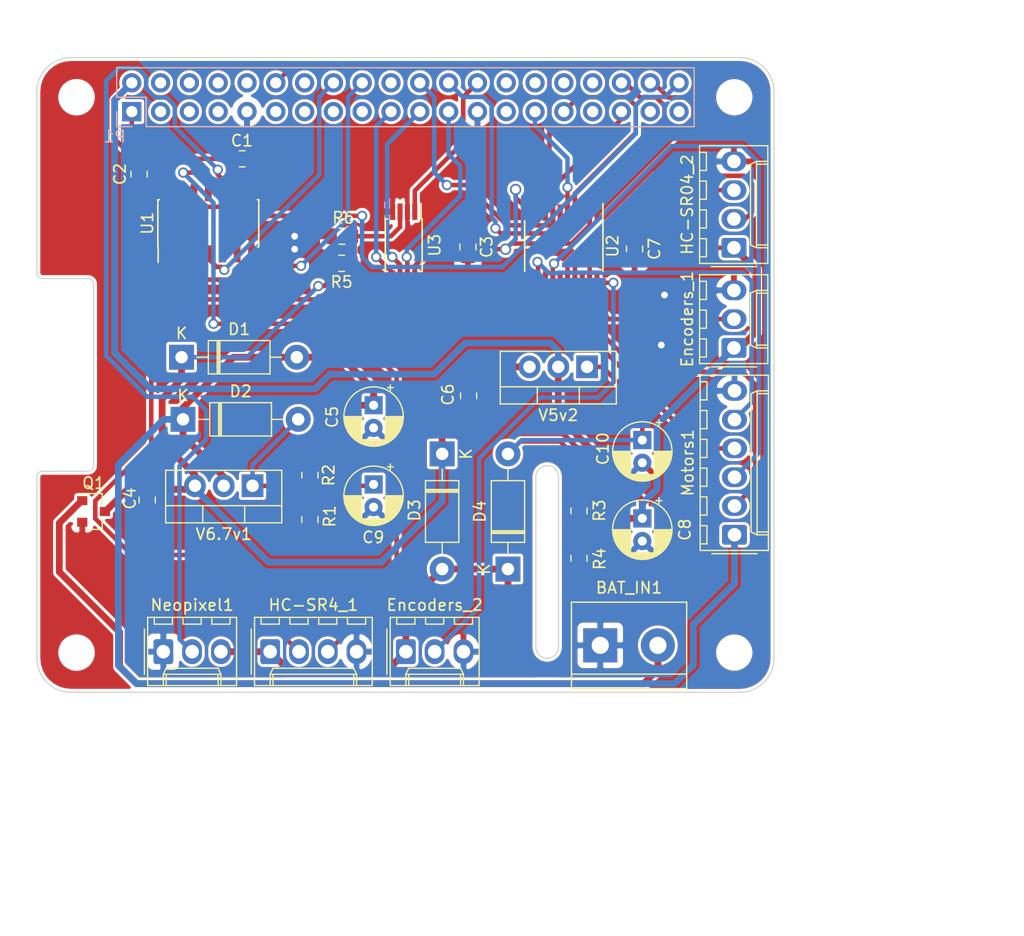
<source format=kicad_pcb>
(kicad_pcb (version 20171130) (host pcbnew 5.0.1)
  (title_block (date "15 nov 2012"))
  (layers (0 F.Cu mixed) (31 B.Cu mixed) (34 B.Paste user) (35 F.Paste user) (36 B.SilkS user) (37 F.SilkS user) (38 B.Mask user) (39 F.Mask user) (44 Edge.Cuts user))
  (net 0 "")
  (net 1 /GPIO6)
  (net 2 "Net-(P1-Pad3)")
  (net 3 "Net-(P1-Pad4)")
  (net 4 "Net-(P1-Pad5)")
  (net 5 "Net-(P1-Pad7)")
  (net 6 "Net-(P1-Pad8)")
  (net 7 "Net-(P1-Pad10)")
  (net 8 "Net-(P1-Pad11)")
  (net 9 "Net-(P1-Pad14)")
  (net 10 /GPIO23)
  (net 11 "Net-(P1-Pad17)")
  (net 12 /GPIO24)
  (net 13 "Net-(P1-Pad20)")
  (net 14 /GPIO7)
  (net 15 "Net-(P1-Pad27)")
  (net 16 "Net-(P1-Pad28)")
  (net 17 "Net-(P1-Pad30)")
  (net 18 "Net-(P1-Pad32)")
  (net 19 "Net-(P1-Pad33)")
  (net 20 "Net-(P1-Pad34)")
  (net 21 "Net-(P1-Pad37)")
  (net 22 "Net-(P1-Pad39)")
  (net 23 /GPIO21)
  (net 24 "Net-(P1-Pad6)")
  (net 25 /GPIO18)
  (net 26 /GPIO25)
  (net 27 /GPIO8)
  (net 28 /GPIO19)
  (net 29 /GPIO16)
  (net 30 /GPIO20)
  (net 31 GND)
  (net 32 "Net-(P1-Pad13)")
  (net 33 "Net-(P1-Pad15)")
  (net 34 "Net-(U1-Pad3)")
  (net 35 "Net-(U1-Pad6)")
  (net 36 "Net-(U1-Pad9)")
  (net 37 "Net-(U1-Pad12)")
  (net 38 "Net-(HC-SR04_2-Pad2)")
  (net 39 "Net-(HC-SR04_2-Pad3)")
  (net 40 "Net-(Motors1-Pad2)")
  (net 41 "Net-(Motors1-Pad3)")
  (net 42 "Net-(Motors1-Pad4)")
  (net 43 "Net-(Motors1-Pad5)")
  (net 44 "Net-(Neopixel1-Pad2)")
  (net 45 "Net-(C9-Pad1)")
  (net 46 "Net-(C10-Pad1)")
  (net 47 "Net-(Encoders_2-Pad2)")
  (net 48 "Net-(HC-SR4_1-Pad2)")
  (net 49 "Net-(HC-SR4_1-Pad3)")
  (net 50 /GPIO10)
  (net 51 /GPIO9)
  (net 52 /GPIO5)
  (net 53 /GPIO11)
  (net 54 "Net-(BAT_IN1-Pad2)")
  (net 55 3V3)
  (net 56 5V)
  (net 57 VBAT)
  (net 58 "Net-(R5-Pad1)")
  (net 59 "Net-(Encoders_1-Pad2)")
  (net 60 6V7)
  (module Capacitor_SMD:C_0805_2012Metric (layer F.Cu) (at 218.11 102.934)
    (fp_text reference C1 (at -0.0254 -1.6002) (layer F.SilkS))
    (fp_text value 0.1uF)
    (pad 2 smd roundrect (at 0.9375 0) (size 0.975 1.4) (layers F.Cu F.Paste F.Mask) (net 31 GND))
    (pad 1 smd roundrect (at -0.9375 0) (size 0.975 1.4) (layers F.Cu F.Paste F.Mask) (net 55 3V3))
  )
  (module Diode_THT:D_DO-41_SOD81_P10.16mm_Horizontal (layer F.Cu) (at 212.89 125.92)
    (fp_text reference D2 (at 5.08 -2.47) (layer F.SilkS))
    (fp_text value 1N4001)
    (fp_text user K (at 0 -2.1) (layer F.SilkS))
    (pad 2 thru_hole oval (at 10.16 0) (size 2.2 2.2) (drill 1.1) (layers *.Cu *.Mask) (net 45 "Net-(C9-Pad1)"))
    (pad 1 thru_hole rect (at 0 0) (size 2.2 2.2) (drill 1.1) (layers *.Cu *.Mask) (net 60 6V7))
  )
  (module Resistor_SMD:R_0805_2012Metric (layer F.Cu) (at 226.873 112.154 180)
    (fp_text reference R5 (at 0 -1.65 180) (layer F.SilkS))
    (fp_text value R)
    (pad 1 smd roundrect (at -0.9375 0 180) (size 0.975 1.4) (layers F.Cu F.Paste F.Mask) (net 58 "Net-(R5-Pad1)"))
    (pad 2 smd roundrect (at 0.9375 0 180) (size 0.975 1.4) (layers F.Cu F.Paste F.Mask) (net 57 VBAT))
  )
  (module Resistor_SMD:R_0805_2012Metric (layer F.Cu) (at 226.899 109.766 180)
    (fp_text reference R6 (at -0.127 1.6256 180) (layer F.SilkS))
    (fp_text value R)
    (pad 2 smd roundrect (at 0.9375 0 180) (size 0.975 1.4) (layers F.Cu F.Paste F.Mask) (net 31 GND))
    (pad 1 smd roundrect (at -0.9375 0 180) (size 0.975 1.4) (layers F.Cu F.Paste F.Mask) (net 58 "Net-(R5-Pad1)"))
  )
  (module Resistor_SMD:R_0805_2012Metric (layer F.Cu) (at 224.079 134.76 90)
    (fp_text reference R1 (at 0.283 1.741 90) (layer F.SilkS))
    (fp_text value 1046)
    (pad 2 smd roundrect (at 0.9375 0 90) (size 0.975 1.4) (layers F.Cu F.Paste F.Mask) (net 45 "Net-(C9-Pad1)"))
    (pad 1 smd roundrect (at -0.9375 0 90) (size 0.975 1.4) (layers F.Cu F.Paste F.Mask) (net 31 GND))
  )
  (module Package_SO:SOIC-14_3.9x8.7mm_P1.27mm (layer F.Cu) (at 215.12 108.62 90)
    (fp_text reference U1 (at 0 -5.375 90) (layer F.SilkS))
    (fp_text value TXB0104PWR)
    (pad 1 smd rect (at -2.7 -3.81 90) (size 1.5 0.6) (layers F.Cu F.Paste F.Mask) (net 55 3V3))
    (pad 2 smd rect (at -2.7 -2.54 90) (size 1.5 0.6) (layers F.Cu F.Paste F.Mask) (net 12 /GPIO24))
    (pad 3 smd rect (at -2.7 -1.27 90) (size 1.5 0.6) (layers F.Cu F.Paste F.Mask) (net 34 "Net-(U1-Pad3)"))
    (pad 4 smd rect (at -2.7 0 90) (size 1.5 0.6) (layers F.Cu F.Paste F.Mask) (net 10 /GPIO23))
    (pad 5 smd rect (at -2.7 1.27 90) (size 1.5 0.6) (layers F.Cu F.Paste F.Mask) (net 23 /GPIO21))
    (pad 6 smd rect (at -2.7 2.54 90) (size 1.5 0.6) (layers F.Cu F.Paste F.Mask) (net 35 "Net-(U1-Pad6)"))
    (pad 7 smd rect (at -2.7 3.81 90) (size 1.5 0.6) (layers F.Cu F.Paste F.Mask) (net 31 GND))
    (pad 8 smd rect (at 2.7 3.81 90) (size 1.5 0.6) (layers F.Cu F.Paste F.Mask) (net 55 3V3))
    (pad 9 smd rect (at 2.7 2.54 90) (size 1.5 0.6) (layers F.Cu F.Paste F.Mask) (net 36 "Net-(U1-Pad9)"))
    (pad 10 smd rect (at 2.7 1.27 90) (size 1.5 0.6) (layers F.Cu F.Paste F.Mask) (net 44 "Net-(Neopixel1-Pad2)"))
    (pad 11 smd rect (at 2.7 0 90) (size 1.5 0.6) (layers F.Cu F.Paste F.Mask) (net 49 "Net-(HC-SR4_1-Pad3)"))
    (pad 12 smd rect (at 2.7 -1.27 90) (size 1.5 0.6) (layers F.Cu F.Paste F.Mask) (net 37 "Net-(U1-Pad12)"))
    (pad 13 smd rect (at 2.7 -2.54 90) (size 1.5 0.6) (layers F.Cu F.Paste F.Mask) (net 48 "Net-(HC-SR4_1-Pad2)"))
    (pad 14 smd rect (at 2.7 -3.81 90) (size 1.5 0.6) (layers F.Cu F.Paste F.Mask) (net 56 5V))
  )
  (module Connector_PinSocket_2.54mm:PinSocket_2x20_P2.54mm_Vertical (layer B.Cu) (at 208.37 98.77 270)
    (fp_text reference P1 (at 2.208 1.512) (layer B.SilkS) (effects (justify mirror)))
    (fp_text value Conn_02x20_Odd_Even)
    (pad 1 thru_hole rect (at 0 0 270) (size 1.7 1.7) (drill 1) (layers *.Cu *.Mask) (net 55 3V3))
    (pad 2 thru_hole oval (at -2.54 0 270) (size 1.7 1.7) (drill 1) (layers *.Cu *.Mask) (net 56 5V))
    (pad 3 thru_hole oval (at 0 -2.54 270) (size 1.7 1.7) (drill 1) (layers *.Cu *.Mask) (net 2 "Net-(P1-Pad3)"))
    (pad 4 thru_hole oval (at -2.54 -2.54 270) (size 1.7 1.7) (drill 1) (layers *.Cu *.Mask) (net 3 "Net-(P1-Pad4)"))
    (pad 5 thru_hole oval (at 0 -5.08 270) (size 1.7 1.7) (drill 1) (layers *.Cu *.Mask) (net 4 "Net-(P1-Pad5)"))
    (pad 6 thru_hole oval (at -2.54 -5.08 270) (size 1.7 1.7) (drill 1) (layers *.Cu *.Mask) (net 24 "Net-(P1-Pad6)"))
    (pad 7 thru_hole oval (at 0 -7.62 270) (size 1.7 1.7) (drill 1) (layers *.Cu *.Mask) (net 5 "Net-(P1-Pad7)"))
    (pad 8 thru_hole oval (at -2.54 -7.62 270) (size 1.7 1.7) (drill 1) (layers *.Cu *.Mask) (net 6 "Net-(P1-Pad8)"))
    (pad 9 thru_hole oval (at 0 -10.16 270) (size 1.7 1.7) (drill 1) (layers *.Cu *.Mask) (net 31 GND))
    (pad 10 thru_hole oval (at -2.54 -10.16 270) (size 1.7 1.7) (drill 1) (layers *.Cu *.Mask) (net 7 "Net-(P1-Pad10)"))
    (pad 11 thru_hole oval (at 0 -12.7 270) (size 1.7 1.7) (drill 1) (layers *.Cu *.Mask) (net 8 "Net-(P1-Pad11)"))
    (pad 12 thru_hole oval (at -2.54 -12.7 270) (size 1.7 1.7) (drill 1) (layers *.Cu *.Mask) (net 25 /GPIO18))
    (pad 13 thru_hole oval (at 0 -15.24 270) (size 1.7 1.7) (drill 1) (layers *.Cu *.Mask) (net 32 "Net-(P1-Pad13)"))
    (pad 14 thru_hole oval (at -2.54 -15.24 270) (size 1.7 1.7) (drill 1) (layers *.Cu *.Mask) (net 9 "Net-(P1-Pad14)"))
    (pad 15 thru_hole oval (at 0 -17.78 270) (size 1.7 1.7) (drill 1) (layers *.Cu *.Mask) (net 33 "Net-(P1-Pad15)"))
    (pad 16 thru_hole oval (at -2.54 -17.78 270) (size 1.7 1.7) (drill 1) (layers *.Cu *.Mask) (net 10 /GPIO23))
    (pad 17 thru_hole oval (at 0 -20.32 270) (size 1.7 1.7) (drill 1) (layers *.Cu *.Mask) (net 11 "Net-(P1-Pad17)"))
    (pad 18 thru_hole oval (at -2.54 -20.32 270) (size 1.7 1.7) (drill 1) (layers *.Cu *.Mask) (net 12 /GPIO24))
    (pad 19 thru_hole oval (at 0 -22.86 270) (size 1.7 1.7) (drill 1) (layers *.Cu *.Mask) (net 50 /GPIO10))
    (pad 20 thru_hole oval (at -2.54 -22.86 270) (size 1.7 1.7) (drill 1) (layers *.Cu *.Mask) (net 13 "Net-(P1-Pad20)"))
    (pad 21 thru_hole oval (at 0 -25.4 270) (size 1.7 1.7) (drill 1) (layers *.Cu *.Mask) (net 51 /GPIO9))
    (pad 22 thru_hole oval (at -2.54 -25.4 270) (size 1.7 1.7) (drill 1) (layers *.Cu *.Mask) (net 26 /GPIO25))
    (pad 23 thru_hole oval (at 0 -27.94 270) (size 1.7 1.7) (drill 1) (layers *.Cu *.Mask) (net 53 /GPIO11))
    (pad 24 thru_hole oval (at -2.54 -27.94 270) (size 1.7 1.7) (drill 1) (layers *.Cu *.Mask) (net 27 /GPIO8))
    (pad 25 thru_hole oval (at 0 -30.48 270) (size 1.7 1.7) (drill 1) (layers *.Cu *.Mask) (net 31 GND))
    (pad 26 thru_hole oval (at -2.54 -30.48 270) (size 1.7 1.7) (drill 1) (layers *.Cu *.Mask) (net 14 /GPIO7))
    (pad 27 thru_hole oval (at 0 -33.02 270) (size 1.7 1.7) (drill 1) (layers *.Cu *.Mask) (net 15 "Net-(P1-Pad27)"))
    (pad 28 thru_hole oval (at -2.54 -33.02 270) (size 1.7 1.7) (drill 1) (layers *.Cu *.Mask) (net 16 "Net-(P1-Pad28)"))
    (pad 29 thru_hole oval (at 0 -35.56 270) (size 1.7 1.7) (drill 1) (layers *.Cu *.Mask) (net 52 /GPIO5))
    (pad 30 thru_hole oval (at -2.54 -35.56 270) (size 1.7 1.7) (drill 1) (layers *.Cu *.Mask) (net 17 "Net-(P1-Pad30)"))
    (pad 31 thru_hole oval (at 0 -38.1 270) (size 1.7 1.7) (drill 1) (layers *.Cu *.Mask) (net 1 /GPIO6))
    (pad 32 thru_hole oval (at -2.54 -38.1 270) (size 1.7 1.7) (drill 1) (layers *.Cu *.Mask) (net 18 "Net-(P1-Pad32)"))
    (pad 33 thru_hole oval (at 0 -40.64 270) (size 1.7 1.7) (drill 1) (layers *.Cu *.Mask) (net 19 "Net-(P1-Pad33)"))
    (pad 34 thru_hole oval (at -2.54 -40.64 270) (size 1.7 1.7) (drill 1) (layers *.Cu *.Mask) (net 20 "Net-(P1-Pad34)"))
    (pad 35 thru_hole oval (at 0 -43.18 270) (size 1.7 1.7) (drill 1) (layers *.Cu *.Mask) (net 28 /GPIO19))
    (pad 36 thru_hole oval (at -2.54 -43.18 270) (size 1.7 1.7) (drill 1) (layers *.Cu *.Mask) (net 29 /GPIO16))
    (pad 37 thru_hole oval (at 0 -45.72 270) (size 1.7 1.7) (drill 1) (layers *.Cu *.Mask) (net 21 "Net-(P1-Pad37)"))
    (pad 38 thru_hole oval (at -2.54 -45.72 270) (size 1.7 1.7) (drill 1) (layers *.Cu *.Mask) (net 30 /GPIO20))
    (pad 39 thru_hole oval (at 0 -48.26 270) (size 1.7 1.7) (drill 1) (layers *.Cu *.Mask) (net 22 "Net-(P1-Pad39)"))
    (pad 40 thru_hole oval (at -2.54 -48.26 270) (size 1.7 1.7) (drill 1) (layers *.Cu *.Mask) (net 23 /GPIO21))
  )
  (module MountingHole:MountingHole_2.7mm_M2.5 (layer F.Cu) (at 261.5 146.5)
    (fp_text reference MK4 hide)
    (fp_text value M2.5)
    (pad 1 np_thru_hole circle (at 0 0) (size 2.7 2.7) (drill 2.7) (layers *.Cu *.Mask))
  )
  (module MountingHole:MountingHole_2.7mm_M2.5 (layer F.Cu) (at 203.5 146.5)
    (fp_text reference MK3 hide)
    (fp_text value M2.5)
    (pad 1 np_thru_hole circle (at 0 0) (size 2.7 2.7) (drill 2.7) (layers *.Cu *.Mask))
  )
  (module MountingHole:MountingHole_2.7mm_M2.5 (layer F.Cu) (at 261.5 97.5 180)
    (fp_text reference MK2 hide)
    (fp_text value M2.5)
    (pad 1 np_thru_hole circle (at 0 0 180) (size 2.7 2.7) (drill 2.7) (layers *.Cu *.Mask))
  )
  (module MountingHole:MountingHole_2.7mm_M2.5 (layer F.Cu) (at 203.5 97.5 180)
    (fp_text reference MK1 hide)
    (fp_text value M2.5)
    (pad 1 np_thru_hole circle (at 0 0 180) (size 2.7 2.7) (drill 2.7) (layers *.Cu *.Mask))
  )
  (module Capacitor_SMD:C_0805_2012Metric (layer F.Cu) (at 209.017 104.28 270)
    (fp_text reference C2 (at 0 1.689 270) (layer F.SilkS))
    (fp_text value 0.1uF)
    (pad 2 smd roundrect (at 0.9375 0 270) (size 0.975 1.4) (layers F.Cu F.Paste F.Mask) (net 31 GND))
    (pad 1 smd roundrect (at -0.9375 0 270) (size 0.975 1.4) (layers F.Cu F.Paste F.Mask) (net 56 5V))
  )
  (module Capacitor_SMD:C_0805_2012Metric (layer F.Cu) (at 238.01 110.712 270)
    (fp_text reference C3 (at 0 -1.65 270) (layer F.SilkS))
    (fp_text value 0.1uF)
    (pad 1 smd roundrect (at -0.9375 0 270) (size 0.975 1.4) (layers F.Cu F.Paste F.Mask) (net 55 3V3))
    (pad 2 smd roundrect (at 0.9375 0 270) (size 0.975 1.4) (layers F.Cu F.Paste F.Mask) (net 31 GND))
  )
  (module Capacitor_SMD:C_0805_2012Metric (layer F.Cu) (at 209.7282 133.0328 270)
    (fp_text reference C4 (at -0.127 1.524 270) (layer F.SilkS))
    (fp_text value 0.1uF)
    (pad 1 smd roundrect (at -0.9375 0 270) (size 0.975 1.4) (layers F.Cu F.Paste F.Mask) (net 57 VBAT))
    (pad 2 smd roundrect (at 0.9375 0 270) (size 0.975 1.4) (layers F.Cu F.Paste F.Mask) (net 31 GND))
  )
  (module Diode_THT:D_DO-41_SOD81_P10.16mm_Horizontal (layer F.Cu) (at 212.76 120.44)
    (fp_text reference D1 (at 5.08 -2.47) (layer F.SilkS))
    (fp_text value 1N4001)
    (fp_text user K (at 0 -2.1) (layer F.SilkS))
    (pad 1 thru_hole rect (at 0 0) (size 2.2 2.2) (drill 1.1) (layers *.Cu *.Mask) (net 57 VBAT))
    (pad 2 thru_hole oval (at 10.16 0) (size 2.2 2.2) (drill 1.1) (layers *.Cu *.Mask) (net 60 6V7))
  )
  (module Diode_THT:D_DO-41_SOD81_P10.16mm_Horizontal (layer F.Cu) (at 235.74 128.969 270)
    (fp_text reference D3 (at 4.9784 2.4406 270) (layer F.SilkS))
    (fp_text value 1N4001)
    (fp_text user K (at 0 -2.1 270) (layer F.SilkS))
    (pad 2 thru_hole oval (at 10.16 0 270) (size 2.2 2.2) (drill 1.1) (layers *.Cu *.Mask) (net 56 5V))
    (pad 1 thru_hole rect (at 0 0 270) (size 2.2 2.2) (drill 1.1) (layers *.Cu *.Mask) (net 57 VBAT))
  )
  (module Diode_THT:D_DO-41_SOD81_P10.16mm_Horizontal (layer F.Cu) (at 241.54 139.13 90)
    (fp_text reference D4 (at 5.08 -2.47 90) (layer F.SilkS))
    (fp_text value 1N4001)
    (fp_text user K (at 0 -2.1 90) (layer F.SilkS))
    (pad 1 thru_hole rect (at 0 0 90) (size 2.2 2.2) (drill 1.1) (layers *.Cu *.Mask) (net 56 5V))
    (pad 2 thru_hole oval (at 10.16 0 90) (size 2.2 2.2) (drill 1.1) (layers *.Cu *.Mask) (net 46 "Net-(C10-Pad1)"))
  )
  (module Package_TO_SOT_SMD:SOT-23 (layer F.Cu) (at 205.004 134.049)
    (fp_text reference Q1 (at 0 -2.5) (layer F.SilkS))
    (fp_text value Q_PMOS_DGS)
    (pad 1 smd rect (at -1 -0.95) (size 0.9 0.8) (layers F.Cu F.Paste F.Mask) (net 54 "Net-(BAT_IN1-Pad2)"))
    (pad 2 smd rect (at -1 0.95) (size 0.9 0.8) (layers F.Cu F.Paste F.Mask) (net 31 GND))
    (pad 3 smd rect (at 1 0) (size 0.9 0.8) (layers F.Cu F.Paste F.Mask) (net 57 VBAT))
  )
  (module Resistor_SMD:R_0805_2012Metric (layer F.Cu) (at 224.079 130.848 270)
    (fp_text reference R2 (at 0 -1.65 270) (layer F.SilkS))
    (fp_text value 240)
    (pad 1 smd roundrect (at -0.9375 0 270) (size 0.975 1.4) (layers F.Cu F.Paste F.Mask) (net 60 6V7))
    (pad 2 smd roundrect (at 0.9375 0 270) (size 0.975 1.4) (layers F.Cu F.Paste F.Mask) (net 45 "Net-(C9-Pad1)"))
  )
  (module Resistor_SMD:R_0805_2012Metric (layer F.Cu) (at 247.803 133.998 90)
    (fp_text reference R3 (at 0.0262 1.8048 90) (layer F.SilkS))
    (fp_text value 720)
    (pad 1 smd roundrect (at -0.9375 0 90) (size 0.975 1.4) (layers F.Cu F.Paste F.Mask) (net 31 GND))
    (pad 2 smd roundrect (at 0.9375 0 90) (size 0.975 1.4) (layers F.Cu F.Paste F.Mask) (net 46 "Net-(C10-Pad1)"))
  )
  (module Resistor_SMD:R_0805_2012Metric (layer F.Cu) (at 247.803 138.189 90)
    (fp_text reference R4 (at -0.0478 1.83 90) (layer F.SilkS))
    (fp_text value 240)
    (pad 2 smd roundrect (at 0.9375 0 90) (size 0.975 1.4) (layers F.Cu F.Paste F.Mask) (net 46 "Net-(C10-Pad1)"))
    (pad 1 smd roundrect (at -0.9375 0 90) (size 0.975 1.4) (layers F.Cu F.Paste F.Mask) (net 56 5V))
  )
  (module Package_SO:TSSOP-20_4.4x6.5mm_P0.65mm (layer F.Cu) (at 246.47 110.63 270)
    (fp_text reference U2 (at 0 -4.3 270) (layer F.SilkS))
    (fp_text value TXB0108PWR)
    (pad 1 smd rect (at -2.95 -2.925 270) (size 1.45 0.45) (layers F.Cu F.Paste F.Mask) (net 30 /GPIO20))
    (pad 2 smd rect (at -2.95 -2.275 270) (size 1.45 0.45) (layers F.Cu F.Paste F.Mask) (net 55 3V3))
    (pad 3 smd rect (at -2.95 -1.625 270) (size 1.45 0.45) (layers F.Cu F.Paste F.Mask) (net 29 /GPIO16))
    (pad 4 smd rect (at -2.95 -0.975 270) (size 1.45 0.45) (layers F.Cu F.Paste F.Mask) (net 1 /GPIO6))
    (pad 5 smd rect (at -2.95 -0.325 270) (size 1.45 0.45) (layers F.Cu F.Paste F.Mask) (net 52 /GPIO5))
    (pad 6 smd rect (at -2.95 0.325 270) (size 1.45 0.45) (layers F.Cu F.Paste F.Mask) (net 27 /GPIO8))
    (pad 7 smd rect (at -2.95 0.975 270) (size 1.45 0.45) (layers F.Cu F.Paste F.Mask) (net 26 /GPIO25))
    (pad 8 smd rect (at -2.95 1.625 270) (size 1.45 0.45) (layers F.Cu F.Paste F.Mask) (net 28 /GPIO19))
    (pad 9 smd rect (at -2.95 2.275 270) (size 1.45 0.45) (layers F.Cu F.Paste F.Mask) (net 25 /GPIO18))
    (pad 10 smd rect (at -2.95 2.925 270) (size 1.45 0.45) (layers F.Cu F.Paste F.Mask) (net 55 3V3))
    (pad 11 smd rect (at 2.95 2.925 270) (size 1.45 0.45) (layers F.Cu F.Paste F.Mask) (net 31 GND))
    (pad 12 smd rect (at 2.95 2.275 270) (size 1.45 0.45) (layers F.Cu F.Paste F.Mask) (net 43 "Net-(Motors1-Pad5)"))
    (pad 13 smd rect (at 2.95 1.625 270) (size 1.45 0.45) (layers F.Cu F.Paste F.Mask) (net 42 "Net-(Motors1-Pad4)"))
    (pad 14 smd rect (at 2.95 0.975 270) (size 1.45 0.45) (layers F.Cu F.Paste F.Mask) (net 41 "Net-(Motors1-Pad3)"))
    (pad 15 smd rect (at 2.95 0.325 270) (size 1.45 0.45) (layers F.Cu F.Paste F.Mask) (net 40 "Net-(Motors1-Pad2)"))
    (pad 16 smd rect (at 2.95 -0.325 270) (size 1.45 0.45) (layers F.Cu F.Paste F.Mask) (net 38 "Net-(HC-SR04_2-Pad2)"))
    (pad 17 smd rect (at 2.95 -0.975 270) (size 1.45 0.45) (layers F.Cu F.Paste F.Mask) (net 39 "Net-(HC-SR04_2-Pad3)"))
    (pad 18 smd rect (at 2.95 -1.625 270) (size 1.45 0.45) (layers F.Cu F.Paste F.Mask) (net 59 "Net-(Encoders_1-Pad2)"))
    (pad 19 smd rect (at 2.95 -2.275 270) (size 1.45 0.45) (layers F.Cu F.Paste F.Mask) (net 56 5V))
    (pad 20 smd rect (at 2.95 -2.925 270) (size 1.45 0.45) (layers F.Cu F.Paste F.Mask) (net 47 "Net-(Encoders_2-Pad2)"))
  )
  (module Package_SO:TSSOP-8_4.4x3mm_P0.65mm (layer F.Cu) (at 232.35 110.55 270)
    (fp_text reference U3 (at 0.0038 -2.7274 270) (layer F.SilkS))
    (fp_text value MCP3002)
    (pad 1 smd rect (at -2.95 -0.975 270) (size 1.45 0.45) (layers F.Cu F.Paste F.Mask) (net 14 /GPIO7))
    (pad 2 smd rect (at -2.95 -0.325 270) (size 1.45 0.45) (layers F.Cu F.Paste F.Mask) (net 31 GND))
    (pad 3 smd rect (at -2.95 0.325 270) (size 1.45 0.45) (layers F.Cu F.Paste F.Mask) (net 58 "Net-(R5-Pad1)"))
    (pad 4 smd rect (at -2.95 0.975 270) (size 1.45 0.45) (layers F.Cu F.Paste F.Mask) (net 31 GND))
    (pad 5 smd rect (at 2.95 0.975 270) (size 1.45 0.45) (layers F.Cu F.Paste F.Mask) (net 50 /GPIO10))
    (pad 6 smd rect (at 2.95 0.325 270) (size 1.45 0.45) (layers F.Cu F.Paste F.Mask) (net 51 /GPIO9))
    (pad 7 smd rect (at 2.95 -0.325 270) (size 1.45 0.45) (layers F.Cu F.Paste F.Mask) (net 53 /GPIO11))
    (pad 8 smd rect (at 2.95 -0.975 270) (size 1.45 0.45) (layers F.Cu F.Paste F.Mask) (net 55 3V3))
  )
  (module Package_TO_SOT_THT:TO-220-3_Vertical (layer F.Cu) (at 248.52 121.29 180)
    (fp_text reference V5v2 (at 2.54 -4.27 180) (layer F.SilkS))
    (fp_text value LM317T)
    (pad 3 thru_hole oval (at 5.08 0 180) (size 1.905 2) (drill 1.1) (layers *.Cu *.Mask) (net 57 VBAT))
    (pad 2 thru_hole oval (at 2.54 0 180) (size 1.905 2) (drill 1.1) (layers *.Cu *.Mask) (net 56 5V))
    (pad 1 thru_hole rect (at 0 0 180) (size 1.905 2) (drill 1.1) (layers *.Cu *.Mask) (net 46 "Net-(C10-Pad1)"))
  )
  (module Package_TO_SOT_THT:TO-220-3_Vertical (layer F.Cu) (at 219.02 131.78 180)
    (fp_text reference V6.7v1 (at 2.54 -4.27 180) (layer F.SilkS))
    (fp_text value LM317T)
    (pad 1 thru_hole rect (at 0 0 180) (size 1.905 2) (drill 1.1) (layers *.Cu *.Mask) (net 45 "Net-(C9-Pad1)"))
    (pad 2 thru_hole oval (at 2.54 0 180) (size 1.905 2) (drill 1.1) (layers *.Cu *.Mask) (net 60 6V7))
    (pad 3 thru_hole oval (at 5.08 0 180) (size 1.905 2) (drill 1.1) (layers *.Cu *.Mask) (net 57 VBAT))
  )
  (module Capacitor_SMD:C_0805_2012Metric (layer F.Cu) (at 252.705 110.884 270)
    (fp_text reference C7 (at 0 -1.7526 270) (layer F.SilkS))
    (fp_text value 0.1uF)
    (pad 1 smd roundrect (at -0.9375 0 270) (size 0.975 1.4) (layers F.Cu F.Paste F.Mask) (net 56 5V))
    (pad 2 smd roundrect (at 0.9375 0 270) (size 0.975 1.4) (layers F.Cu F.Paste F.Mask) (net 31 GND))
  )
  (module Capacitor_SMD:C_0805_2012Metric (layer F.Cu) (at 238.0746 123.838 270)
    (fp_text reference C6 (at -0.1016 1.8288 270) (layer F.SilkS))
    (fp_text value 0.1uF)
    (pad 1 smd roundrect (at -0.9375 0 270) (size 0.975 1.4) (layers F.Cu F.Paste F.Mask) (net 57 VBAT))
    (pad 2 smd roundrect (at 0.9375 0 270) (size 0.975 1.4) (layers F.Cu F.Paste F.Mask) (net 31 GND))
  )
  (module Capacitor_THT:CP_Radial_D5.0mm_P2.00mm (layer F.Cu) (at 229.693 124.676 270)
    (fp_text reference C5 (at 1.0414 3.6576 270) (layer F.SilkS))
    (fp_text value 1uF)
    (pad 1 thru_hole rect (at 0 0 270) (size 1.6 1.6) (drill 0.8) (layers *.Cu *.Mask) (net 60 6V7))
    (pad 2 thru_hole circle (at 2 0 270) (size 1.6 1.6) (drill 0.8) (layers *.Cu *.Mask) (net 31 GND))
  )
  (module Capacitor_THT:CP_Radial_D5.0mm_P2.00mm (layer F.Cu) (at 253.391 134.658 270)
    (fp_text reference C8 (at 1 -3.75 270) (layer F.SilkS))
    (fp_text value 1uF)
    (pad 2 thru_hole circle (at 2 0 270) (size 1.6 1.6) (drill 0.8) (layers *.Cu *.Mask) (net 31 GND))
    (pad 1 thru_hole rect (at 0 0 270) (size 1.6 1.6) (drill 0.8) (layers *.Cu *.Mask) (net 56 5V))
  )
  (module Capacitor_THT:CP_Radial_D5.0mm_P2.00mm (layer F.Cu) (at 229.693 131.661 270)
    (fp_text reference C9 (at 4.6736 0.0254) (layer F.SilkS))
    (fp_text value 10uF)
    (pad 1 thru_hole rect (at 0 0 270) (size 1.6 1.6) (drill 0.8) (layers *.Cu *.Mask) (net 45 "Net-(C9-Pad1)"))
    (pad 2 thru_hole circle (at 2 0 270) (size 1.6 1.6) (drill 0.8) (layers *.Cu *.Mask) (net 31 GND))
  )
  (module Capacitor_THT:CP_Radial_D5.0mm_P2.00mm (layer F.Cu) (at 253.391 127.75 270)
    (fp_text reference C10 (at 0.762 3.4798 270) (layer F.SilkS))
    (fp_text value 10uF)
    (pad 2 thru_hole circle (at 2 0 270) (size 1.6 1.6) (drill 0.8) (layers *.Cu *.Mask) (net 31 GND))
    (pad 1 thru_hole rect (at 0 0 270) (size 1.6 1.6) (drill 0.8) (layers *.Cu *.Mask) (net 46 "Net-(C10-Pad1)"))
  )
  (module Connector_Molex:Molex_KK-254_AE-6410-03A_1x03_P2.54mm_Vertical (layer F.Cu) (at 232.537 146.419)
    (fp_text reference Encoders_2 (at 2.54 -4.12) (layer F.SilkS))
    (fp_text value Conn_01x03)
    (pad 3 thru_hole oval (at 5.08 0) (size 1.74 2.2) (drill 1.2) (layers *.Cu *.Mask) (net 31 GND))
    (pad 2 thru_hole oval (at 2.54 0) (size 1.74 2.2) (drill 1.2) (layers *.Cu *.Mask) (net 47 "Net-(Encoders_2-Pad2)"))
    (pad 1 thru_hole roundrect (at 0 0) (size 1.74 2.2) (drill 1.2) (layers *.Cu *.Mask) (roundrect_rratio 0.143678) (net 56 5V))
  )
  (module Connector_Molex:Molex_KK-254_AE-6410-04A_1x04_P2.54mm_Vertical (layer F.Cu) (at 261.468 110.782 90)
    (fp_text reference HC-SR04_2 (at 3.81 -4.12 90) (layer F.SilkS))
    (fp_text value Conn_01x04_HC-SR04)
    (pad 4 thru_hole oval (at 7.62 0 90) (size 1.74 2.2) (drill 1.2) (layers *.Cu *.Mask) (net 31 GND))
    (pad 3 thru_hole oval (at 5.08 0 90) (size 1.74 2.2) (drill 1.2) (layers *.Cu *.Mask) (net 39 "Net-(HC-SR04_2-Pad3)"))
    (pad 2 thru_hole oval (at 2.54 0 90) (size 1.74 2.2) (drill 1.2) (layers *.Cu *.Mask) (net 38 "Net-(HC-SR04_2-Pad2)"))
    (pad 1 thru_hole roundrect (at 0 0 90) (size 1.74 2.2) (drill 1.2) (layers *.Cu *.Mask) (roundrect_rratio 0.143678) (net 56 5V))
  )
  (module Connector_Molex:Molex_KK-254_AE-6410-04A_1x04_P2.54mm_Vertical (layer F.Cu) (at 220.574 146.419)
    (fp_text reference HC-SR4_1 (at 3.81 -4.12) (layer F.SilkS))
    (fp_text value Conn_01x04_HC_SR_04)
    (pad 1 thru_hole roundrect (at 0 0) (size 1.74 2.2) (drill 1.2) (layers *.Cu *.Mask) (roundrect_rratio 0.143678) (net 56 5V))
    (pad 2 thru_hole oval (at 2.54 0) (size 1.74 2.2) (drill 1.2) (layers *.Cu *.Mask) (net 48 "Net-(HC-SR4_1-Pad2)"))
    (pad 3 thru_hole oval (at 5.08 0) (size 1.74 2.2) (drill 1.2) (layers *.Cu *.Mask) (net 49 "Net-(HC-SR4_1-Pad3)"))
    (pad 4 thru_hole oval (at 7.62 0) (size 1.74 2.2) (drill 1.2) (layers *.Cu *.Mask) (net 31 GND))
  )
  (module Connector_Molex:Molex_KK-254_AE-6410-06A_1x06_P2.54mm_Vertical (layer F.Cu) (at 261.519 136.106 90)
    (fp_text reference Motors1 (at 6.35 -4.12 90) (layer F.SilkS))
    (fp_text value Conn_01x06_motors)
    (pad 1 thru_hole roundrect (at 0 0 90) (size 1.74 2.2) (drill 1.2) (layers *.Cu *.Mask) (roundrect_rratio 0.143678) (net 60 6V7))
    (pad 2 thru_hole oval (at 2.54 0 90) (size 1.74 2.2) (drill 1.2) (layers *.Cu *.Mask) (net 40 "Net-(Motors1-Pad2)"))
    (pad 3 thru_hole oval (at 5.08 0 90) (size 1.74 2.2) (drill 1.2) (layers *.Cu *.Mask) (net 41 "Net-(Motors1-Pad3)"))
    (pad 4 thru_hole oval (at 7.62 0 90) (size 1.74 2.2) (drill 1.2) (layers *.Cu *.Mask) (net 42 "Net-(Motors1-Pad4)"))
    (pad 5 thru_hole oval (at 10.16 0 90) (size 1.74 2.2) (drill 1.2) (layers *.Cu *.Mask) (net 43 "Net-(Motors1-Pad5)"))
    (pad 6 thru_hole oval (at 12.7 0 90) (size 1.74 2.2) (drill 1.2) (layers *.Cu *.Mask) (net 31 GND))
  )
  (module Connector_Molex:Molex_KK-254_AE-6410-03A_1x03_P2.54mm_Vertical (layer F.Cu) (at 211.151 146.419)
    (fp_text reference Neopixel1 (at 2.54 -4.12) (layer F.SilkS))
    (fp_text value Conn_01x03_neopixel)
    (pad 1 thru_hole roundrect (at 0 0) (size 1.74 2.2) (drill 1.2) (layers *.Cu *.Mask) (roundrect_rratio 0.143678) (net 31 GND))
    (pad 2 thru_hole oval (at 2.54 0) (size 1.74 2.2) (drill 1.2) (layers *.Cu *.Mask) (net 44 "Net-(Neopixel1-Pad2)"))
    (pad 3 thru_hole oval (at 5.08 0) (size 1.74 2.2) (drill 1.2) (layers *.Cu *.Mask) (net 56 5V))
  )
  (module TerminalBlock:TerminalBlock_bornier-2_P5.08mm (layer F.Cu) (at 249.682 145.86)
    (fp_text reference BAT_IN1 (at 2.54 -5.08) (layer F.SilkS))
    (fp_text value Conn_01x02)
    (pad 1 thru_hole rect (at 0 0) (size 3 3) (drill 1.52) (layers *.Cu *.Mask) (net 31 GND))
    (pad 2 thru_hole circle (at 5.08 0) (size 3 3) (drill 1.52) (layers *.Cu *.Mask) (net 54 "Net-(BAT_IN1-Pad2)"))
  )
  (module Connector_Molex:Molex_KK-254_AE-6410-03A_1x03_P2.54mm_Vertical (layer F.Cu) (at 261.468 119.622 90)
    (fp_text reference Encoders_1 (at 2.54 -4.12 90) (layer F.SilkS))
    (fp_text value Conn_01x03)
    (pad 1 thru_hole roundrect (at 0 0 90) (size 1.74 2.2) (drill 1.2) (layers *.Cu *.Mask) (roundrect_rratio 0.143678) (net 56 5V))
    (pad 2 thru_hole oval (at 2.54 0 90) (size 1.74 2.2) (drill 1.2) (layers *.Cu *.Mask) (net 59 "Net-(Encoders_1-Pad2)"))
    (pad 3 thru_hole oval (at 5.08 0 90) (size 1.74 2.2) (drill 1.2) (layers *.Cu *.Mask) (net 31 GND))
  )
  (gr_line (start 244 146) (end 244 131) (layer Edge.Cuts) (width 0.1))
  (gr_line (start 246 131) (end 246 146) (layer Edge.Cuts) (width 0.1))
  (gr_arc (start 245 131) (end 244 131) (angle 180) (layer Edge.Cuts) (width 0.1))
  (gr_arc (start 245 146) (end 246 146) (angle 180) (layer Edge.Cuts) (width 0.1))
  (gr_arc (start 200.5 131) (end 200 131) (angle 89.9) (layer Edge.Cuts) (width 0.1))
  (gr_arc (start 204.5 130) (end 205 130) (angle 90) (layer Edge.Cuts) (width 0.1))
  (gr_arc (start 200.5 113) (end 200.5 113.5) (angle 90) (layer Edge.Cuts) (width 0.1))
  (gr_arc (start 204.5 114) (end 204.5 113.5) (angle 90) (layer Edge.Cuts) (width 0.1))
  (gr_line (start 200 97) (end 200 113) (layer Edge.Cuts) (width 0.1))
  (gr_arc (start 262 97) (end 262 94) (angle 90) (layer Edge.Cuts) (width 0.1))
  (gr_arc (start 262 147) (end 265 147) (angle 90) (layer Edge.Cuts) (width 0.1))
  (gr_arc (start 203 147) (end 203 150) (angle 90) (layer Edge.Cuts) (width 0.1))
  (gr_arc (start 203 97) (end 200 97) (angle 90) (layer Edge.Cuts) (width 0.1))
  (gr_line (start 262 94) (end 203 94) (layer Edge.Cuts) (width 0.1))
  (gr_line (start 204.5 130.5) (end 200.5 130.5) (layer Edge.Cuts) (width 0.1))
  (gr_line (start 205 114) (end 205 130) (layer Edge.Cuts) (width 0.1))
  (gr_line (start 200.5 113.5) (end 204.5 113.5) (layer Edge.Cuts) (width 0.1))
  (gr_line (start 265 147) (end 265 97) (layer Edge.Cuts) (width 0.1))
  (gr_line (start 203 150) (end 262 150) (layer Edge.Cuts) (width 0.1))
  (gr_line (start 200 131) (end 200 147) (layer Edge.Cuts) (width 0.1))
  (segment (start 247.445 107.68) (end 247.445 106.005) (width 0.4) (layer F.Cu) (net 1))
  (segment (start 247.445 106.005) (end 252.8 100.65) (width 0.4) (layer F.Cu) (net 1))
  (segment (start 252.8 100.65) (end 252.8 98.2497) (width 0.4) (layer F.Cu) (net 1))
  (segment (start 252.8 98.2497) (end 252.051 97.5) (width 0.4) (layer F.Cu) (net 1))
  (segment (start 252.051 97.5) (end 247.74 97.5) (width 0.4) (layer F.Cu) (net 1))
  (segment (start 247.74 97.5) (end 246.47 98.77) (width 0.4) (layer F.Cu) (net 1))
  (segment (start 216.524 112.732) (end 224.9 104.356) (width 0.4) (layer B.Cu) (net 10))
  (segment (start 224.9 104.356) (end 224.9 97.4803) (width 0.4) (layer B.Cu) (net 10))
  (segment (start 224.9 97.4803) (end 226.15 96.23) (width 0.4) (layer B.Cu) (net 10))
  (segment (start 215.12 111.32) (end 215.12 111.74) (width 0.4) (layer F.Cu) (net 10))
  (segment (start 215.12 111.74) (end 215.85 112.47) (width 0.4) (layer F.Cu) (net 10))
  (segment (start 215.85 112.47) (end 216.261 112.47) (width 0.4) (layer F.Cu) (net 10))
  (segment (start 216.261 112.47) (end 216.524 112.732) (width 0.4) (layer F.Cu) (net 10))
  (via (at 216.524 112.732) (size 0.9) (layers F.Cu B.Cu) (net 10))
  (segment (start 223.302 112.377) (end 227.44 108.239) (width 0.4) (layer B.Cu) (net 12))
  (segment (start 227.44 108.239) (end 227.44 97.4803) (width 0.4) (layer B.Cu) (net 12))
  (segment (start 227.44 97.4803) (end 228.69 96.23) (width 0.4) (layer B.Cu) (net 12))
  (segment (start 212.58 111.32) (end 212.58 112.47) (width 0.4) (layer F.Cu) (net 12))
  (segment (start 212.58 112.47) (end 213.701 113.592) (width 0.4) (layer F.Cu) (net 12))
  (segment (start 213.701 113.592) (end 218.668 113.592) (width 0.4) (layer F.Cu) (net 12))
  (segment (start 218.668 113.592) (end 219.883 112.377) (width 0.4) (layer F.Cu) (net 12))
  (segment (start 219.883 112.377) (end 223.302 112.377) (width 0.4) (layer F.Cu) (net 12))
  (via (at 223.302 112.377) (size 0.9) (layers F.Cu B.Cu) (net 12))
  (segment (start 233.325 107.6) (end 233.325 105.753) (width 0.4) (layer F.Cu) (net 14))
  (segment (start 233.325 105.753) (end 237.6 101.478) (width 0.4) (layer F.Cu) (net 14))
  (segment (start 237.6 101.478) (end 237.6 97.4804) (width 0.4) (layer F.Cu) (net 14))
  (segment (start 237.6 97.4804) (end 238.85 96.23) (width 0.4) (layer F.Cu) (net 14))
  (segment (start 216.39 111.32) (end 216.39 110.1697) (width 0.4) (layer F.Cu) (net 23))
  (segment (start 228.6805 107.967) (end 218.5927 107.967) (width 0.4) (layer F.Cu) (net 23))
  (segment (start 218.5927 107.967) (end 216.39 110.1697) (width 0.4) (layer F.Cu) (net 23))
  (via (at 228.6805 107.967) (size 0.9) (layers F.Cu B.Cu) (net 23))
  (segment (start 255.3797 97.4803) (end 256.63 96.23) (width 0.4) (layer B.Cu) (net 23))
  (segment (start 228.6805 107.967) (end 228.6805 111.6055) (width 0.4) (layer B.Cu) (net 23))
  (segment (start 228.6805 111.6055) (end 229.5499 112.4749) (width 0.4) (layer B.Cu) (net 23))
  (segment (start 229.5499 112.4749) (end 241.0556 112.4749) (width 0.4) (layer B.Cu) (net 23))
  (segment (start 241.0556 112.4749) (end 252.82 100.7105) (width 0.4) (layer B.Cu) (net 23))
  (segment (start 252.82 100.7105) (end 252.82 98.2038) (width 0.4) (layer B.Cu) (net 23))
  (segment (start 253.5435 97.4803) (end 255.3797 97.4803) (width 0.4) (layer B.Cu) (net 23))
  (segment (start 252.82 98.2038) (end 253.5435 97.4803) (width 0.4) (layer B.Cu) (net 23))
  (segment (start 244.195 107.68) (end 244.195 105.398) (width 0.4) (layer F.Cu) (net 25))
  (segment (start 244.195 105.398) (end 245.2 104.393) (width 0.4) (layer F.Cu) (net 25))
  (segment (start 245.2 104.393) (end 245.2 95.65) (width 0.4) (layer F.Cu) (net 25))
  (segment (start 245.2 95.65) (end 244.483 94.9328) (width 0.4) (layer F.Cu) (net 25))
  (segment (start 244.483 94.9328) (end 222.367 94.9328) (width 0.4) (layer F.Cu) (net 25))
  (segment (start 222.367 94.9328) (end 221.07 96.23) (width 0.4) (layer F.Cu) (net 25))
  (segment (start 236.159 105.248) (end 235.04 104.129) (width 0.4) (layer B.Cu) (net 26))
  (segment (start 235.04 104.129) (end 235.04 97.5) (width 0.4) (layer B.Cu) (net 26))
  (segment (start 235.04 97.5) (end 233.77 96.23) (width 0.4) (layer B.Cu) (net 26))
  (segment (start 245.495 107.68) (end 245.495 108.805) (width 0.4) (layer F.Cu) (net 26))
  (segment (start 245.495 108.805) (end 241.447 108.805) (width 0.4) (layer F.Cu) (net 26))
  (segment (start 241.447 108.805) (end 237.89 105.248) (width 0.4) (layer F.Cu) (net 26))
  (segment (start 237.89 105.248) (end 236.159 105.248) (width 0.4) (layer F.Cu) (net 26))
  (via (at 236.159 105.248) (size 0.9) (layers F.Cu B.Cu) (net 26))
  (segment (start 246.145 107.68) (end 246.145 109.004) (width 0.4) (layer F.Cu) (net 27))
  (segment (start 246.145 109.004) (end 245.634 109.515) (width 0.4) (layer F.Cu) (net 27))
  (segment (start 245.634 109.515) (end 240.889 109.515) (width 0.4) (layer F.Cu) (net 27))
  (segment (start 240.889 109.515) (end 240.439 109.065) (width 0.4) (layer F.Cu) (net 27))
  (segment (start 236.31 96.23) (end 237.56 97.4803) (width 0.4) (layer B.Cu) (net 27))
  (segment (start 237.56 97.4803) (end 239.396 97.4803) (width 0.4) (layer B.Cu) (net 27))
  (segment (start 239.396 97.4803) (end 240.1 98.1842) (width 0.4) (layer B.Cu) (net 27))
  (segment (start 240.1 98.1842) (end 240.1 108.091) (width 0.4) (layer B.Cu) (net 27))
  (segment (start 240.1 108.091) (end 240.439 108.429) (width 0.4) (layer B.Cu) (net 27))
  (segment (start 240.439 108.429) (end 240.439 109.065) (width 0.4) (layer B.Cu) (net 27))
  (via (at 240.439 109.065) (size 0.9) (layers F.Cu B.Cu) (net 27))
  (segment (start 251.55 98.77) (end 251.55 99.4258) (width 0.4) (layer F.Cu) (net 28))
  (segment (start 251.55 99.4258) (end 244.845 106.131) (width 0.4) (layer F.Cu) (net 28))
  (segment (start 244.845 106.131) (end 244.845 107.68) (width 0.4) (layer F.Cu) (net 28))
  (segment (start 248.095 107.68) (end 248.095 106.555) (width 0.4) (layer F.Cu) (net 29))
  (segment (start 248.095 106.555) (end 255.34 99.3093) (width 0.4) (layer F.Cu) (net 29))
  (segment (start 255.34 99.3093) (end 255.34 98.2447) (width 0.4) (layer F.Cu) (net 29))
  (segment (start 255.34 98.2447) (end 254.615 97.5196) (width 0.4) (layer F.Cu) (net 29))
  (segment (start 254.615 97.5196) (end 253.184 97.5196) (width 0.4) (layer F.Cu) (net 29))
  (segment (start 253.184 97.5196) (end 251.894 96.23) (width 0.4) (layer F.Cu) (net 29))
  (segment (start 251.894 96.23) (end 251.55 96.23) (width 0.4) (layer F.Cu) (net 29))
  (segment (start 249.395 107.68) (end 249.508 107.68) (width 0.4) (layer F.Cu) (net 30))
  (segment (start 249.508 107.68) (end 257.896 99.2921) (width 0.4) (layer F.Cu) (net 30))
  (segment (start 257.896 99.2921) (end 257.896 98.2112) (width 0.4) (layer F.Cu) (net 30))
  (segment (start 257.896 98.2112) (end 257.204 97.5196) (width 0.4) (layer F.Cu) (net 30))
  (segment (start 257.204 97.5196) (end 255.673 97.5196) (width 0.4) (layer F.Cu) (net 30))
  (segment (start 255.673 97.5196) (end 254.383 96.23) (width 0.4) (layer F.Cu) (net 30))
  (segment (start 254.383 96.23) (end 254.09 96.23) (width 0.4) (layer F.Cu) (net 30))
  (via (at 222.733 109.7664) (size 0.9) (drill 0.6) (layers F.Cu B.Cu) (net 31))
  (via (at 255.3466 114.948) (size 0.9) (drill 0.6) (layers F.Cu B.Cu) (net 31))
  (via (at 255.0672 119.3676) (size 0.9) (drill 0.6) (layers F.Cu B.Cu) (net 31))
  (via (at 222.733 110.9094) (size 1) (drill 0.6) (layers F.Cu B.Cu) (net 31))
  (segment (start 262.459 108.242) (end 263.0682 107.6328) (width 0.4) (layer F.Cu) (net 38))
  (segment (start 246.795 112.256) (end 246.795 113.58) (width 0.4) (layer F.Cu) (net 38))
  (segment (start 261.468 108.242) (end 262.459 108.242) (width 0.4) (layer F.Cu) (net 38))
  (segment (start 263.0682 107.6328) (end 263.0682 105.169) (width 0.4) (layer F.Cu) (net 38))
  (segment (start 263.0682 105.169) (end 262.3312 104.432) (width 0.4) (layer F.Cu) (net 38))
  (segment (start 254.619 104.432) (end 246.795 112.256) (width 0.4) (layer F.Cu) (net 38))
  (segment (start 262.3312 104.432) (end 254.619 104.432) (width 0.4) (layer F.Cu) (net 38))
  (segment (start 254.198 105.702) (end 259.968 105.702) (width 0.4) (layer F.Cu) (net 39))
  (segment (start 259.968 105.702) (end 261.468 105.702) (width 0.4) (layer F.Cu) (net 39))
  (segment (start 247.445 112.455) (end 254.198 105.702) (width 0.4) (layer F.Cu) (net 39))
  (segment (start 247.445 113.58) (end 247.445 112.455) (width 0.4) (layer F.Cu) (net 39))
  (segment (start 246.145 114.7053) (end 246.145 113.58) (width 0.4) (layer F.Cu) (net 40))
  (segment (start 262.2213 121.7211) (end 253.1608 121.7211) (width 0.4) (layer F.Cu) (net 40))
  (segment (start 253.1608 121.7211) (end 246.145 114.7053) (width 0.4) (layer F.Cu) (net 40))
  (segment (start 263.3476 122.8474) (end 262.2213 121.7211) (width 0.4) (layer F.Cu) (net 40))
  (segment (start 261.519 133.566) (end 263.3476 131.7374) (width 0.4) (layer F.Cu) (net 40))
  (segment (start 263.3476 131.7374) (end 263.3476 122.8474) (width 0.4) (layer F.Cu) (net 40))
  (segment (start 245.6058 112.1819) (end 245.495 112.2927) (width 0.4) (layer F.Cu) (net 41))
  (segment (start 245.495 112.2927) (end 245.495 113.58) (width 0.4) (layer F.Cu) (net 41))
  (segment (start 261.519 131.026) (end 263.6554 128.8896) (width 0.4) (layer B.Cu) (net 41))
  (segment (start 263.6554 128.8896) (end 263.6554 103.2534) (width 0.4) (layer B.Cu) (net 41))
  (segment (start 263.6554 103.2534) (end 262.2136 101.8116) (width 0.4) (layer B.Cu) (net 41))
  (segment (start 262.2136 101.8116) (end 255.9761 101.8116) (width 0.4) (layer B.Cu) (net 41))
  (segment (start 255.9761 101.8116) (end 245.6058 112.1819) (width 0.4) (layer B.Cu) (net 41))
  (via (at 245.6058 112.1819) (size 0.9) (layers F.Cu B.Cu) (net 41))
  (segment (start 244.845 113.58) (end 244.845 114.7053) (width 0.4) (layer F.Cu) (net 42))
  (segment (start 244.845 114.7053) (end 258.6257 128.486) (width 0.4) (layer F.Cu) (net 42))
  (segment (start 258.6257 128.486) (end 261.519 128.486) (width 0.4) (layer F.Cu) (net 42))
  (segment (start 244.1474 112.0235) (end 244.195 112.0711) (width 0.4) (layer F.Cu) (net 43))
  (segment (start 244.195 112.0711) (end 244.195 113.58) (width 0.4) (layer F.Cu) (net 43))
  (via (at 244.1474 112.0235) (size 0.9) (layers F.Cu B.Cu) (net 43))
  (segment (start 245.1561 113.0322) (end 245.958 113.0322) (width 0.4) (layer B.Cu) (net 43))
  (segment (start 244.1474 112.0235) (end 245.1561 113.0322) (width 0.4) (layer B.Cu) (net 43))
  (segment (start 245.958 113.0322) (end 246.0117 112.9785) (width 0.4) (layer B.Cu) (net 43))
  (segment (start 263.0318 124.4332) (end 261.519 125.946) (width 0.4) (layer B.Cu) (net 43))
  (segment (start 246.0117 112.9785) (end 262.2671 112.9785) (width 0.4) (layer B.Cu) (net 43))
  (segment (start 262.2671 112.9785) (end 263.0318 113.7432) (width 0.4) (layer B.Cu) (net 43))
  (segment (start 263.0318 113.7432) (end 263.0318 124.4332) (width 0.4) (layer B.Cu) (net 43))
  (segment (start 216.39 105.92) (end 216.39 104.7697) (width 0.4) (layer F.Cu) (net 44))
  (segment (start 215.9581 103.8958) (end 215.9581 104.3378) (width 0.4) (layer F.Cu) (net 44))
  (segment (start 215.9581 104.3378) (end 216.39 104.7697) (width 0.4) (layer F.Cu) (net 44))
  (via (at 215.9581 103.8958) (size 0.9) (layers F.Cu B.Cu) (net 44))
  (segment (start 212.1604 100.0981) (end 215.9581 103.8958) (width 0.4) (layer B.Cu) (net 44))
  (segment (start 214.9352 125.1279) (end 213.7357 123.9284) (width 0.4) (layer B.Cu) (net 44))
  (segment (start 214.9352 127.6988) (end 214.9352 125.1279) (width 0.4) (layer B.Cu) (net 44))
  (segment (start 212.5825 130.0515) (end 214.9352 127.6988) (width 0.4) (layer B.Cu) (net 44))
  (segment (start 209.64 96.7422) (end 210.4174 97.5196) (width 0.4) (layer B.Cu) (net 44))
  (segment (start 213.691 146.419) (end 212.5825 145.3105) (width 0.4) (layer B.Cu) (net 44))
  (segment (start 213.7357 123.9284) (end 209.7288 123.9284) (width 0.4) (layer B.Cu) (net 44))
  (segment (start 212.1604 98.2447) (end 212.1604 100.0981) (width 0.4) (layer B.Cu) (net 44))
  (segment (start 206.1109 120.3105) (end 206.1109 96.0609) (width 0.4) (layer B.Cu) (net 44))
  (segment (start 207.2525 94.9193) (end 208.885 94.9193) (width 0.4) (layer B.Cu) (net 44))
  (segment (start 206.1109 96.0609) (end 207.2525 94.9193) (width 0.4) (layer B.Cu) (net 44))
  (segment (start 209.64 95.6743) (end 209.64 96.7422) (width 0.4) (layer B.Cu) (net 44))
  (segment (start 209.7288 123.9284) (end 206.1109 120.3105) (width 0.4) (layer B.Cu) (net 44))
  (segment (start 212.5825 145.3105) (end 212.5825 130.0515) (width 0.4) (layer B.Cu) (net 44))
  (segment (start 208.885 94.9193) (end 209.64 95.6743) (width 0.4) (layer B.Cu) (net 44))
  (segment (start 210.4174 97.5196) (end 211.4353 97.5196) (width 0.4) (layer B.Cu) (net 44))
  (segment (start 211.4353 97.5196) (end 212.1604 98.2447) (width 0.4) (layer B.Cu) (net 44))
  (segment (start 224.079 133.822) (end 224.079 133.8225) (width 0.4) (layer F.Cu) (net 45))
  (segment (start 224.079 133.822) (end 224.079 131.786) (width 0.4) (layer F.Cu) (net 45))
  (segment (start 224.1415 131.7235) (end 224.141 131.7235) (width 0.4) (layer F.Cu) (net 45))
  (segment (start 224.141 131.7235) (end 224.079 131.7855) (width 0.4) (layer F.Cu) (net 45))
  (segment (start 224.1415 131.7235) (end 224.079 131.786) (width 0.4) (layer F.Cu) (net 45))
  (segment (start 224.204 131.661) (end 224.1415 131.7235) (width 0.4) (layer F.Cu) (net 45))
  (segment (start 224.079 131.786) (end 229.568 131.786) (width 0.4) (layer F.Cu) (net 45))
  (segment (start 229.568 131.786) (end 229.693 131.661) (width 0.4) (layer F.Cu) (net 45))
  (segment (start 224.079 131.786) (end 219.026 131.786) (width 0.4) (layer F.Cu) (net 45))
  (segment (start 219.026 131.786) (end 219.02 131.78) (width 0.4) (layer F.Cu) (net 45))
  (segment (start 219.02 131.78) (end 219.02 129.95) (width 0.4) (layer B.Cu) (net 45))
  (segment (start 219.02 129.95) (end 223.05 125.92) (width 0.4) (layer B.Cu) (net 45))
  (segment (start 247.803 137.151) (end 247.803 137.2515) (width 0.4) (layer F.Cu) (net 46))
  (segment (start 247.803 137.151) (end 249.047 135.907) (width 0.4) (layer F.Cu) (net 46))
  (segment (start 249.047 135.907) (end 249.047 133.922) (width 0.4) (layer F.Cu) (net 46))
  (segment (start 249.047 133.922) (end 248.186 133.06) (width 0.4) (layer F.Cu) (net 46))
  (segment (start 248.186 133.06) (end 247.8035 133.06) (width 0.4) (layer F.Cu) (net 46))
  (segment (start 247.7 137.254) (end 247.803 137.151) (width 0.4) (layer F.Cu) (net 46))
  (segment (start 247.8035 133.06) (end 247.803 133.0605) (width 0.4) (layer F.Cu) (net 46))
  (segment (start 247.8035 133.06) (end 247.748 133.06) (width 0.4) (layer F.Cu) (net 46))
  (segment (start 247.748 133.06) (end 247.748 129.473) (width 0.4) (layer F.Cu) (net 46))
  (segment (start 247.748 129.473) (end 246.145 127.87) (width 0.4) (layer F.Cu) (net 46))
  (segment (start 246.145 127.87) (end 242.64 127.87) (width 0.4) (layer F.Cu) (net 46))
  (segment (start 242.64 127.87) (end 241.54 128.97) (width 0.4) (layer F.Cu) (net 46))
  (segment (start 248.52 121.29) (end 249.872 121.29) (width 0.4) (layer F.Cu) (net 46))
  (segment (start 249.872 121.29) (end 253.391 124.808) (width 0.4) (layer F.Cu) (net 46))
  (segment (start 253.391 124.808) (end 253.391 127.75) (width 0.4) (layer F.Cu) (net 46))
  (segment (start 253.391 127.75) (end 242.76 127.75) (width 0.4) (layer B.Cu) (net 46))
  (segment (start 242.76 127.75) (end 241.54 128.97) (width 0.4) (layer B.Cu) (net 46))
  (via (at 250.8402 113.8684) (size 0.9) (layers F.Cu B.Cu) (net 47))
  (segment (start 249.6834 113.8684) (end 249.395 113.58) (width 0.4) (layer F.Cu) (net 47))
  (segment (start 250.8402 113.8684) (end 249.6834 113.8684) (width 0.4) (layer F.Cu) (net 47))
  (segment (start 250.8402 122.6548) (end 250.8402 113.8684) (width 0.4) (layer B.Cu) (net 47))
  (segment (start 249.5046 123.9904) (end 250.8402 122.6548) (width 0.4) (layer B.Cu) (net 47))
  (segment (start 244.3748 123.9904) (end 249.5046 123.9904) (width 0.4) (layer B.Cu) (net 47))
  (segment (start 235.077 146.419) (end 238.9915 142.5045) (width 0.4) (layer B.Cu) (net 47))
  (segment (start 238.9915 129.3737) (end 244.3748 123.9904) (width 0.4) (layer B.Cu) (net 47))
  (segment (start 238.9915 142.5045) (end 238.9915 129.3737) (width 0.4) (layer B.Cu) (net 47))
  (segment (start 210.0883 109.7245) (end 212.58 107.2328) (width 0.4) (layer F.Cu) (net 48))
  (segment (start 214.5821 137.8871) (end 208.3637 137.8871) (width 0.4) (layer F.Cu) (net 48))
  (segment (start 223.114 146.419) (end 214.5821 137.8871) (width 0.4) (layer F.Cu) (net 48))
  (segment (start 208.3637 137.8871) (end 205.1536 134.677) (width 0.4) (layer F.Cu) (net 48))
  (segment (start 212.58 107.2328) (end 212.58 105.92) (width 0.4) (layer F.Cu) (net 48))
  (segment (start 210.0883 128.1769) (end 210.0883 109.7245) (width 0.4) (layer F.Cu) (net 48))
  (segment (start 205.1536 134.677) (end 205.1536 133.1116) (width 0.4) (layer F.Cu) (net 48))
  (segment (start 205.1536 133.1116) (end 210.0883 128.1769) (width 0.4) (layer F.Cu) (net 48))
  (segment (start 215.12 105.92) (end 215.12 104.7697) (width 0.4) (layer F.Cu) (net 49))
  (segment (start 212.9101 104.152) (end 214.5023 104.152) (width 0.4) (layer F.Cu) (net 49))
  (segment (start 214.5023 104.152) (end 215.12 104.7697) (width 0.4) (layer F.Cu) (net 49))
  (segment (start 215.5734 117.4895) (end 215.5734 106.8153) (width 0.4) (layer B.Cu) (net 49))
  (segment (start 215.5734 106.8153) (end 212.9101 104.152) (width 0.4) (layer B.Cu) (net 49))
  (via (at 212.9101 104.152) (size 0.9) (layers F.Cu B.Cu) (net 49))
  (via (at 215.5734 117.4895) (size 0.9) (layers F.Cu B.Cu) (net 49))
  (segment (start 227.1287 117.4895) (end 215.5734 117.4895) (width 0.4) (layer F.Cu) (net 49))
  (segment (start 231.7246 122.0854) (end 227.1287 117.4895) (width 0.4) (layer F.Cu) (net 49))
  (segment (start 225.654 146.419) (end 231.7246 140.3484) (width 0.4) (layer F.Cu) (net 49))
  (segment (start 231.7246 140.3484) (end 231.7246 122.0854) (width 0.4) (layer F.Cu) (net 49))
  (segment (start 231.375 113.5) (end 231.375 113) (width 0.4) (layer F.Cu) (net 50))
  (segment (start 231.375 113) (end 229.97 111.595) (width 0.4) (layer F.Cu) (net 50))
  (segment (start 229.97 111.595) (end 229.921 111.595) (width 0.4) (layer F.Cu) (net 50))
  (segment (start 231.23 98.77) (end 229.921 100.079) (width 0.4) (layer B.Cu) (net 50))
  (segment (start 229.921 100.079) (end 229.921 111.595) (width 0.4) (layer B.Cu) (net 50))
  (via (at 229.921 111.595) (size 0.9) (layers F.Cu B.Cu) (net 50))
  (segment (start 231.344 111.595) (end 230.894 111.145) (width 0.4) (layer B.Cu) (net 51))
  (segment (start 230.894 111.145) (end 230.894 101.646) (width 0.4) (layer B.Cu) (net 51))
  (segment (start 230.894 101.646) (end 233.77 98.77) (width 0.4) (layer B.Cu) (net 51))
  (segment (start 232.025 113.5) (end 232.025 112.277) (width 0.4) (layer F.Cu) (net 51))
  (segment (start 232.025 112.277) (end 231.794 112.045) (width 0.4) (layer F.Cu) (net 51))
  (segment (start 231.794 112.045) (end 231.344 111.595) (width 0.4) (layer F.Cu) (net 51))
  (via (at 231.344 111.595) (size 0.9) (layers F.Cu B.Cu) (net 51))
  (segment (start 243.93 98.77) (end 243.93 100.02) (width 0.4) (layer B.Cu) (net 52))
  (segment (start 243.93 100.02) (end 246.795 102.885) (width 0.4) (layer B.Cu) (net 52))
  (segment (start 246.795 102.885) (end 246.795 105.453) (width 0.4) (layer B.Cu) (net 52))
  (segment (start 246.795 107.68) (end 246.795 105.453) (width 0.4) (layer F.Cu) (net 52))
  (via (at 246.795 105.453) (size 0.9) (layers F.Cu B.Cu) (net 52))
  (segment (start 232.614 111.595) (end 232.614 110.935) (width 0.4) (layer B.Cu) (net 53))
  (segment (start 232.614 110.935) (end 237.338 106.21) (width 0.4) (layer B.Cu) (net 53))
  (segment (start 237.338 106.21) (end 237.338 103.569) (width 0.4) (layer B.Cu) (net 53))
  (segment (start 237.338 103.569) (end 236.31 102.541) (width 0.4) (layer B.Cu) (net 53))
  (segment (start 236.31 102.541) (end 236.31 98.77) (width 0.4) (layer B.Cu) (net 53))
  (segment (start 232.675 113.5) (end 232.675 111.657) (width 0.4) (layer F.Cu) (net 53))
  (segment (start 232.675 111.657) (end 232.614 111.595) (width 0.4) (layer F.Cu) (net 53))
  (via (at 232.614 111.595) (size 0.9) (layers F.Cu B.Cu) (net 53))
  (segment (start 254.762 145.86) (end 254.762 147.981) (width 0.6) (layer F.Cu) (net 54))
  (segment (start 254.762 147.981) (end 253.506 149.238) (width 0.6) (layer F.Cu) (net 54))
  (segment (start 253.506 149.238) (end 208.788 149.238) (width 0.6) (layer F.Cu) (net 54))
  (segment (start 208.788 149.238) (end 207.29 147.739) (width 0.6) (layer F.Cu) (net 54))
  (segment (start 207.29 147.739) (end 207.29 144.691) (width 0.6) (layer F.Cu) (net 54))
  (segment (start 207.29 144.691) (end 201.981 139.383) (width 0.6) (layer F.Cu) (net 54))
  (segment (start 201.981 139.383) (end 201.981 135.071) (width 0.6) (layer F.Cu) (net 54))
  (segment (start 201.981 135.071) (end 203.954 133.099) (width 0.6) (layer F.Cu) (net 54))
  (segment (start 203.954 133.099) (end 204.004 133.099) (width 0.6) (layer F.Cu) (net 54))
  (segment (start 217.1725 102.934) (end 217.173 102.934) (width 0.4) (layer F.Cu) (net 55))
  (segment (start 217.173 102.934) (end 218.93 104.691) (width 0.4) (layer F.Cu) (net 55))
  (segment (start 218.93 104.691) (end 218.93 105.92) (width 0.4) (layer F.Cu) (net 55))
  (segment (start 208.37 98.77) (end 208.37 100.407) (width 0.4) (layer F.Cu) (net 55))
  (segment (start 208.37 100.407) (end 210.897 102.934) (width 0.4) (layer F.Cu) (net 55))
  (segment (start 210.897 102.934) (end 217.1725 102.934) (width 0.4) (layer F.Cu) (net 55))
  (segment (start 242.22 105.64) (end 242.22 106.355) (width 0.4) (layer F.Cu) (net 55))
  (segment (start 242.22 106.355) (end 243.545 107.68) (width 0.4) (layer F.Cu) (net 55))
  (segment (start 241.326 110.909) (end 242.22 110.015) (width 0.4) (layer B.Cu) (net 55))
  (segment (start 242.22 110.015) (end 242.22 105.64) (width 0.4) (layer B.Cu) (net 55))
  (segment (start 241.326 110.909) (end 241.826 110.409) (width 0.4) (layer F.Cu) (net 55))
  (segment (start 241.826 110.409) (end 247.141 110.409) (width 0.4) (layer F.Cu) (net 55))
  (segment (start 247.141 110.409) (end 248.745 108.805) (width 0.4) (layer F.Cu) (net 55))
  (segment (start 248.745 108.805) (end 248.745 107.68) (width 0.4) (layer F.Cu) (net 55))
  (segment (start 248.75 108.05) (end 248.75 108.37) (width 0.4) (layer F.Cu) (net 55))
  (via (at 241.326 110.909) (size 1) (drill 0.7) (layers F.Cu B.Cu) (net 55))
  (via (at 242.22 105.64) (size 1) (drill 0.7) (layers F.Cu B.Cu) (net 55))
  (segment (start 237.21 109.7745) (end 238.01 109.7745) (width 0.4) (layer F.Cu) (net 55))
  (segment (start 235.9255 109.7745) (end 237.21 109.7745) (width 0.4) (layer F.Cu) (net 55))
  (segment (start 233.325 112.375) (end 235.9255 109.7745) (width 0.4) (layer F.Cu) (net 55))
  (segment (start 233.325 113.5) (end 233.325 112.375) (width 0.4) (layer F.Cu) (net 55))
  (segment (start 238.01 109.7745) (end 239.1445 110.909) (width 0.4) (layer F.Cu) (net 55))
  (segment (start 239.1445 110.909) (end 241.326 110.909) (width 0.4) (layer F.Cu) (net 55))
  (segment (start 232.686 115.339) (end 233.325 114.7) (width 0.4) (layer F.Cu) (net 55))
  (segment (start 218.1297 107.1703) (end 214.2094 107.1703) (width 0.4) (layer F.Cu) (net 55))
  (segment (start 233.325 114.7) (end 233.325 113.5) (width 0.4) (layer F.Cu) (net 55))
  (segment (start 218.93 106.37) (end 218.1297 107.1703) (width 0.4) (layer F.Cu) (net 55))
  (segment (start 211.31 112.67) (end 213.979 115.339) (width 0.4) (layer F.Cu) (net 55))
  (segment (start 213.979 115.339) (end 232.686 115.339) (width 0.4) (layer F.Cu) (net 55))
  (segment (start 218.93 105.92) (end 218.93 106.37) (width 0.4) (layer F.Cu) (net 55))
  (segment (start 214.2094 107.1703) (end 211.31 110.0697) (width 0.4) (layer F.Cu) (net 55))
  (segment (start 211.31 110.0697) (end 211.31 112.67) (width 0.4) (layer F.Cu) (net 55))
  (segment (start 209.017 103.342) (end 211.31 105.636) (width 0.4) (layer F.Cu) (net 56))
  (segment (start 211.31 105.636) (end 211.31 105.92) (width 0.4) (layer F.Cu) (net 56))
  (segment (start 208.37 96.23) (end 206.858 97.742) (width 0.4) (layer F.Cu) (net 56))
  (segment (start 206.858 97.742) (end 206.858 101.184) (width 0.4) (layer F.Cu) (net 56))
  (segment (start 206.858 101.184) (end 208.461 102.786) (width 0.4) (layer F.Cu) (net 56))
  (segment (start 208.461 102.786) (end 209.017 103.342) (width 0.4) (layer F.Cu) (net 56))
  (segment (start 209.017 103.3425) (end 209.017 103.342) (width 0.6) (layer F.Cu) (net 56))
  (segment (start 253.391 134.658) (end 253.391 133.3577) (width 0.6) (layer B.Cu) (net 56))
  (segment (start 261.468 119.622) (end 254.6913 126.3987) (width 0.6) (layer B.Cu) (net 56))
  (segment (start 254.6913 126.3987) (end 254.6913 132.0574) (width 0.6) (layer B.Cu) (net 56))
  (segment (start 254.6913 132.0574) (end 253.391 133.3577) (width 0.6) (layer B.Cu) (net 56))
  (segment (start 252.705 109.946) (end 251.254 109.946) (width 0.4) (layer F.Cu) (net 56))
  (segment (start 251.254 109.946) (end 248.745 112.455) (width 0.4) (layer F.Cu) (net 56))
  (segment (start 248.745 112.455) (end 248.745 113.58) (width 0.4) (layer F.Cu) (net 56))
  (segment (start 247.525 139.4045) (end 247.803 139.126) (width 0.6) (layer F.Cu) (net 56))
  (segment (start 247.803 139.126) (end 252.271 134.658) (width 0.6) (layer F.Cu) (net 56))
  (segment (start 252.271 134.658) (end 253.391 134.658) (width 0.6) (layer F.Cu) (net 56))
  (segment (start 241.54 139.13) (end 241.54 140.83) (width 0.6) (layer F.Cu) (net 56))
  (segment (start 241.54 140.83) (end 242.77 142.06) (width 0.6) (layer F.Cu) (net 56))
  (segment (start 242.77 142.06) (end 242.77 146.593) (width 0.6) (layer F.Cu) (net 56))
  (segment (start 242.77 146.593) (end 244.069 147.892) (width 0.6) (layer F.Cu) (net 56))
  (segment (start 244.069 147.892) (end 245.949 147.892) (width 0.6) (layer F.Cu) (net 56))
  (segment (start 245.949 147.892) (end 247.247 146.594) (width 0.6) (layer F.Cu) (net 56))
  (segment (start 247.247 146.594) (end 247.247 139.683) (width 0.6) (layer F.Cu) (net 56))
  (segment (start 247.247 139.683) (end 247.525 139.4045) (width 0.6) (layer F.Cu) (net 56))
  (segment (start 247.525 139.4045) (end 247.803 139.1265) (width 0.6) (layer F.Cu) (net 56))
  (segment (start 245.98 121.29) (end 245.98 125.673) (width 0.6) (layer F.Cu) (net 56))
  (segment (start 245.98 125.673) (end 253.391 133.084) (width 0.6) (layer F.Cu) (net 56))
  (segment (start 253.391 133.084) (end 253.391 134.658) (width 0.6) (layer F.Cu) (net 56))
  (segment (start 216.231 146.419) (end 220.574 146.419) (width 0.6) (layer F.Cu) (net 56))
  (segment (start 232.537 146.419) (end 230.632 148.324) (width 0.6) (layer F.Cu) (net 56))
  (segment (start 230.632 148.324) (end 222.479 148.324) (width 0.6) (layer F.Cu) (net 56))
  (segment (start 222.479 148.324) (end 220.574 146.419) (width 0.6) (layer F.Cu) (net 56))
  (segment (start 235.74 139.129) (end 232.537 142.331) (width 0.6) (layer F.Cu) (net 56))
  (segment (start 232.537 142.331) (end 232.537 146.419) (width 0.6) (layer F.Cu) (net 56))
  (segment (start 241.54 139.13) (end 235.741 139.13) (width 0.6) (layer F.Cu) (net 56))
  (segment (start 235.741 139.13) (end 235.74 139.129) (width 0.6) (layer F.Cu) (net 56))
  (segment (start 208.37 96.23) (end 206.858 97.742) (width 0.6) (layer B.Cu) (net 56))
  (segment (start 206.858 97.742) (end 206.858 120.053) (width 0.6) (layer B.Cu) (net 56))
  (segment (start 206.858 120.053) (end 210.033 123.228) (width 0.6) (layer B.Cu) (net 56))
  (segment (start 210.033 123.228) (end 224.536 123.228) (width 0.6) (layer B.Cu) (net 56))
  (segment (start 224.536 123.228) (end 225.825 121.94) (width 0.6) (layer B.Cu) (net 56))
  (segment (start 225.825 121.94) (end 235.02 121.94) (width 0.6) (layer B.Cu) (net 56))
  (segment (start 235.02 121.94) (end 237.77 119.19) (width 0.6) (layer B.Cu) (net 56))
  (segment (start 237.77 119.19) (end 245.28 119.19) (width 0.6) (layer B.Cu) (net 56))
  (segment (start 245.28 119.19) (end 245.98 119.89) (width 0.6) (layer B.Cu) (net 56))
  (segment (start 245.98 119.89) (end 245.98 121.29) (width 0.6) (layer B.Cu) (net 56))
  (segment (start 261.468 119.622) (end 262.001 119.622) (width 0.6) (layer F.Cu) (net 56))
  (segment (start 262.001 119.622) (end 263.398 118.225) (width 0.6) (layer F.Cu) (net 56))
  (segment (start 263.398 112.713) (end 262.408 111.722) (width 0.6) (layer F.Cu) (net 56))
  (segment (start 262.408 111.722) (end 261.468 110.782) (width 0.6) (layer F.Cu) (net 56))
  (segment (start 261.468 110.782) (end 254.9906 110.782) (width 0.4) (layer F.Cu) (net 56))
  (segment (start 254.1551 109.9465) (end 254.9906 110.782) (width 0.4) (layer F.Cu) (net 56))
  (segment (start 252.705 109.9465) (end 254.1551 109.9465) (width 0.4) (layer F.Cu) (net 56))
  (segment (start 263.398 112.713) (end 263.398 118.225) (width 0.6) (layer F.Cu) (net 56))
  (segment (start 225.936 112.8515) (end 225.9355 112.851) (width 0.6) (layer F.Cu) (net 57))
  (segment (start 225.9355 112.851) (end 225.9355 112.154) (width 0.6) (layer F.Cu) (net 57))
  (segment (start 225.936 112.8515) (end 225.936 112.154) (width 0.4) (layer F.Cu) (net 57))
  (segment (start 224.816 114.161) (end 225.324 114.161) (width 0.4) (layer F.Cu) (net 57))
  (segment (start 225.324 114.161) (end 225.936 113.549) (width 0.4) (layer F.Cu) (net 57))
  (segment (start 225.936 113.549) (end 225.936 112.8515) (width 0.4) (layer F.Cu) (net 57))
  (segment (start 213.94 131.78) (end 213.94 132.038) (width 0.6) (layer B.Cu) (net 57))
  (segment (start 213.94 132.038) (end 220.422 138.519) (width 0.6) (layer B.Cu) (net 57))
  (segment (start 220.422 138.519) (end 230.378 138.519) (width 0.6) (layer B.Cu) (net 57))
  (segment (start 230.378 138.519) (end 235.74 133.158) (width 0.6) (layer B.Cu) (net 57))
  (segment (start 235.74 133.158) (end 235.74 128.969) (width 0.6) (layer B.Cu) (net 57))
  (segment (start 212.76 120.44) (end 218.536 120.44) (width 0.4) (layer B.Cu) (net 57))
  (segment (start 218.536 120.44) (end 224.816 114.161) (width 0.4) (layer B.Cu) (net 57))
  (segment (start 213.94 131.78) (end 213.94 130.818) (width 0.6) (layer F.Cu) (net 57))
  (segment (start 213.94 130.818) (end 211.049 127.927) (width 0.6) (layer F.Cu) (net 57))
  (segment (start 211.049 127.927) (end 211.049 124.092) (width 0.6) (layer F.Cu) (net 57))
  (segment (start 211.049 124.092) (end 212.76 122.381) (width 0.6) (layer F.Cu) (net 57))
  (segment (start 212.76 122.381) (end 212.76 120.44) (width 0.6) (layer F.Cu) (net 57))
  (via (at 224.816 114.161) (size 0.9) (layers F.Cu B.Cu) (net 57))
  (segment (start 207.9987 132.0953) (end 209.7282 132.0953) (width 0.6) (layer F.Cu) (net 57))
  (segment (start 206.004 134.049) (end 206.045 134.049) (width 0.6) (layer F.Cu) (net 57))
  (segment (start 206.045 134.049) (end 207.9987 132.0953) (width 0.6) (layer F.Cu) (net 57))
  (segment (start 213.6247 132.0953) (end 213.94 131.78) (width 0.6) (layer F.Cu) (net 57))
  (segment (start 209.7282 132.0953) (end 213.6247 132.0953) (width 0.6) (layer F.Cu) (net 57))
  (segment (start 235.74 125.2351) (end 238.0746 122.9005) (width 0.6) (layer F.Cu) (net 57))
  (segment (start 235.74 128.969) (end 235.74 125.2351) (width 0.6) (layer F.Cu) (net 57))
  (segment (start 239.6851 121.29) (end 243.44 121.29) (width 0.6) (layer F.Cu) (net 57))
  (segment (start 238.0746 122.9005) (end 239.6851 121.29) (width 0.6) (layer F.Cu) (net 57))
  (segment (start 227.811 110.973) (end 227.8105 110.9735) (width 0.4) (layer F.Cu) (net 58))
  (segment (start 227.8105 110.9735) (end 227.8105 112.154) (width 0.4) (layer F.Cu) (net 58))
  (segment (start 227.811 110.973) (end 227.811 109.792) (width 0.4) (layer F.Cu) (net 58))
  (segment (start 227.811 109.792) (end 227.836 109.766) (width 0.4) (layer F.Cu) (net 58))
  (segment (start 227.836 109.766) (end 227.8365 109.766) (width 0.4) (layer F.Cu) (net 58))
  (segment (start 227.811 112.154) (end 227.811 110.973) (width 0.4) (layer F.Cu) (net 58))
  (segment (start 227.8365 109.766) (end 231.217 109.766) (width 0.4) (layer F.Cu) (net 58))
  (segment (start 231.217 109.766) (end 232.025 108.958) (width 0.4) (layer F.Cu) (net 58))
  (segment (start 232.025 108.958) (end 232.025 107.6) (width 0.4) (layer F.Cu) (net 58))
  (segment (start 248.095 113.58) (end 248.095 114.705) (width 0.4) (layer F.Cu) (net 59))
  (segment (start 248.095 114.705) (end 250.472 117.082) (width 0.4) (layer F.Cu) (net 59))
  (segment (start 250.472 117.082) (end 261.468 117.082) (width 0.4) (layer F.Cu) (net 59))
  (segment (start 212.89 125.92) (end 211.19 125.92) (width 0.6) (layer B.Cu) (net 60))
  (segment (start 211.19 125.92) (end 207.188 129.922) (width 0.6) (layer B.Cu) (net 60))
  (segment (start 207.188 129.922) (end 207.188 147.612) (width 0.6) (layer B.Cu) (net 60))
  (segment (start 207.188 147.612) (end 208.814 149.238) (width 0.6) (layer B.Cu) (net 60))
  (segment (start 208.814 149.238) (end 256.236 149.238) (width 0.6) (layer B.Cu) (net 60))
  (segment (start 256.236 149.238) (end 257.887 147.587) (width 0.6) (layer B.Cu) (net 60))
  (segment (start 257.887 147.587) (end 257.887 144.031) (width 0.6) (layer B.Cu) (net 60))
  (segment (start 257.887 144.031) (end 261.519 140.399) (width 0.6) (layer B.Cu) (net 60))
  (segment (start 261.519 140.399) (end 261.519 136.106) (width 0.6) (layer B.Cu) (net 60))
  (segment (start 229.693 124.676) (end 229.693 123.276) (width 0.6) (layer F.Cu) (net 60))
  (segment (start 229.693 123.276) (end 226.856 120.44) (width 0.6) (layer F.Cu) (net 60))
  (segment (start 226.856 120.44) (end 222.92 120.44) (width 0.6) (layer F.Cu) (net 60))
  (segment (start 216.48 131.78) (end 216.48 130.996) (width 0.6) (layer F.Cu) (net 60))
  (segment (start 216.48 130.996) (end 212.89 127.406) (width 0.6) (layer F.Cu) (net 60))
  (segment (start 212.89 127.406) (end 212.89 125.92) (width 0.6) (layer F.Cu) (net 60))
  (segment (start 217.3426 120.44) (end 222.92 120.44) (width 0.6) (layer F.Cu) (net 60))
  (segment (start 212.89 125.92) (end 212.89 124.8926) (width 0.6) (layer F.Cu) (net 60))
  (segment (start 212.89 124.8926) (end 217.3426 120.44) (width 0.6) (layer F.Cu) (net 60))
  (segment (start 228.0164 124.676) (end 229.693 124.676) (width 0.6) (layer F.Cu) (net 60))
  (segment (start 224.079 129.9105) (end 224.079 128.6134) (width 0.6) (layer F.Cu) (net 60))
  (segment (start 224.079 128.6134) (end 228.0164 124.676) (width 0.6) (layer F.Cu) (net 60))
  (zone (net 31) (net_name GND) (layer B.Cu) (connect_pads (clearance 0.254)) (min_thickness 0.254) (fill yes (arc_segments 32) (thermal_gap 0.508) (thermal_bridge_width 0.508))
    (polygon (pts (xy 269.21 92.13) (xy 266.94 152.45) (xy 196.75 152.58) (xy 198.74 91.37) (xy 269.19 92.16)))
  )
  (zone (net 31) (net_name GND) (layer F.Cu) (connect_pads (clearance 0.254)) (min_thickness 0.254) (fill yes (arc_segments 32) (thermal_gap 0.508) (thermal_bridge_width 0.508))
    (polygon (pts (xy 199.64 92.29) (xy 198.82 151.83) (xy 268.58 151.27) (xy 268.64 92.18) (xy 199.56 92.26)))
  )
)
</source>
